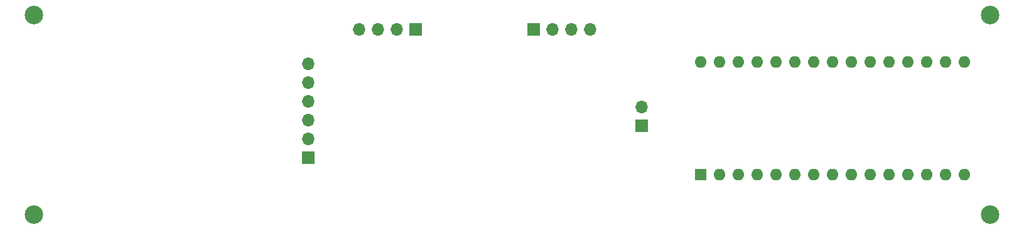
<source format=gbs>
G04 #@! TF.GenerationSoftware,KiCad,Pcbnew,7.0.5*
G04 #@! TF.CreationDate,2023-07-11T17:47:05+06:00*
G04 #@! TF.ProjectId,Meteo_braslet,4d657465-6f5f-4627-9261-736c65742e6b,rev?*
G04 #@! TF.SameCoordinates,Original*
G04 #@! TF.FileFunction,Soldermask,Bot*
G04 #@! TF.FilePolarity,Negative*
%FSLAX46Y46*%
G04 Gerber Fmt 4.6, Leading zero omitted, Abs format (unit mm)*
G04 Created by KiCad (PCBNEW 7.0.5) date 2023-07-11 17:47:05*
%MOMM*%
%LPD*%
G01*
G04 APERTURE LIST*
%ADD10C,2.500000*%
%ADD11R,1.700000X1.700000*%
%ADD12O,1.700000X1.700000*%
%ADD13R,1.600000X1.600000*%
%ADD14O,1.600000X1.600000*%
G04 APERTURE END LIST*
D10*
X36000000Y-65000000D03*
X165000000Y-65000000D03*
X165000000Y-38000000D03*
X36000000Y-38000000D03*
D11*
X118000000Y-53000000D03*
D12*
X118000000Y-50460000D03*
D11*
X103460000Y-40000000D03*
D12*
X106000000Y-40000000D03*
X108540000Y-40000000D03*
X111080000Y-40000000D03*
X79920000Y-40000000D03*
X82460000Y-40000000D03*
X85000000Y-40000000D03*
D11*
X87540000Y-40000000D03*
X73000000Y-57350000D03*
D12*
X73000000Y-54810000D03*
X73000000Y-52270000D03*
X73000000Y-49730000D03*
X73000000Y-47190000D03*
X73000000Y-44650000D03*
D13*
X125950000Y-59610000D03*
D14*
X128490000Y-59610000D03*
X131030000Y-59610000D03*
X133570000Y-59610000D03*
X136110000Y-59610000D03*
X138650000Y-59610000D03*
X141190000Y-59610000D03*
X143730000Y-59610000D03*
X146270000Y-59610000D03*
X148810000Y-59610000D03*
X151350000Y-59610000D03*
X153890000Y-59610000D03*
X156430000Y-59610000D03*
X158970000Y-59610000D03*
X161510000Y-59610000D03*
X161510000Y-44370000D03*
X158970000Y-44370000D03*
X156430000Y-44370000D03*
X153890000Y-44370000D03*
X151350000Y-44370000D03*
X148810000Y-44370000D03*
X146270000Y-44370000D03*
X143730000Y-44370000D03*
X141190000Y-44370000D03*
X138650000Y-44370000D03*
X136110000Y-44370000D03*
X133570000Y-44370000D03*
X131030000Y-44370000D03*
X128490000Y-44370000D03*
X125950000Y-44370000D03*
M02*

</source>
